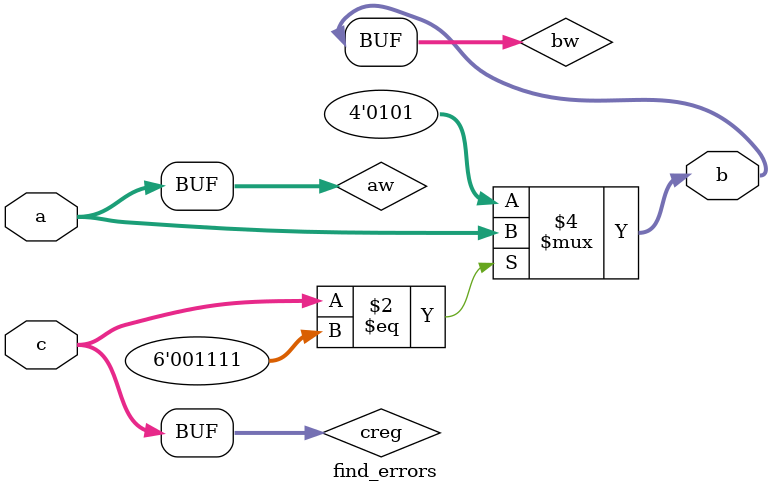
<source format=v>
/*//////////////////////////////////////////////////////////////////////////////
//                                                                            //
//               Application Assignment Problem 2 Module 3 Course 2           //
//                                                                            //
////////////////////////////////////////////////////////////////////////////////
//
// [Replace [items in brackets] with your content]
// @file AAC2M1P2.vhd
// @brief Application Assignment 2-007 Example code with errors to be found
// @version: 1.0
// Date of current revision:  @date 2019-06-20
// Target FPGA: [Intel Altera MAX10]
// Tools used: [Quartus Prime 16.1 or Sigasi] for editing and/or synthesis
//             [Modeltech ModelSIM 10.4a Student Edition] for simulation
//             [Quartus Prime 16.1]  for place and route if applied
//
//  Functional Description:  This file contains the Verilog which describes the
//               FPGA implementation of a fixed/variable 4-bit mux. The inputs
//               are a, a 4-bit vector, a fixed 4-bit vector, and c, a 6-bit
//               selector, with b, a 4-bit vector as the output.

//  Hierarchy:  There is only one level in this simple design.
//
//  Designed by:  @author [your name]
//                [Organization]
//                [email]
//
//      Copyright (c) 2019 by Tim Scherr
//
// Redistribution, modification or use of this software in source or binary
// forms is permitted as long as the files maintain this copyright. Users are
// permitted to modify this and use it to learn about the field of HDl code.
// Tim Scherr and the University of Colorado are not liable for any misuse
// of this material.
//////////////////////////////////////////////////////////////////////////////
//
*/
module find_errors(
    input  [3:0]a,                             // line 2
    input [5:0]c,                               // line 4
    output [3:0]b                             // line 3
  );                           // line 1
                                             // line 5
  wire [3:0]aw;                              // line 6
  reg [3:0]bw;                              // line 7
  wire [5:0]creg;                              // line 8
// begin                                        // line 9
  assign aw = a;                             // line 10
  assign b = bw;                             // line 11
  assign creg = c;                           // line 12
always@(c)                                       // line 13
  begin                                      // line 14
    if (creg == 6'hF)   //creg is all 1s     // line 15
       bw <= aw;                             // line 16
    else                                     // line 17
     bw <= 4'b0101;
                              // line 18
  end                                     // line 19
  // end                               // line 20
endmodule                                          // line 21

</source>
